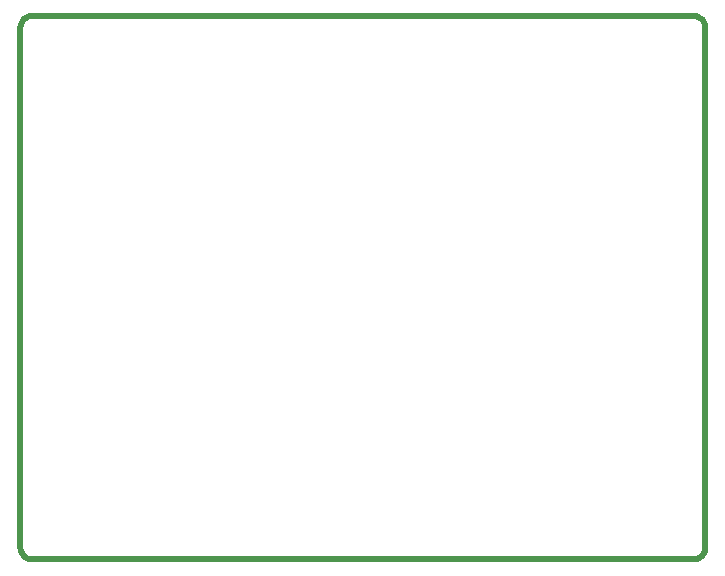
<source format=gko>
G04*
G04 #@! TF.GenerationSoftware,Altium Limited,Altium Designer,21.6.4 (81)*
G04*
G04 Layer_Color=16711935*
%FSLAX25Y25*%
%MOIN*%
G70*
G04*
G04 #@! TF.SameCoordinates,D96B5EB0-5715-4667-86B1-06F83BB8B169*
G04*
G04*
G04 #@! TF.FilePolarity,Positive*
G04*
G01*
G75*
%ADD10C,0.01968*%
D10*
X228346Y176378D02*
X228212Y177397D01*
X227819Y178347D01*
X227193Y179162D01*
X226378Y179788D01*
X225428Y180181D01*
X224410Y180315D01*
Y-787D02*
X225428Y-653D01*
X226378Y-260D01*
X227193Y366D01*
X227819Y1181D01*
X228212Y2131D01*
X228346Y3150D01*
X3937Y180315D02*
X2918Y180181D01*
X1969Y179788D01*
X1153Y179162D01*
X527Y178347D01*
X134Y177397D01*
X0Y176378D01*
Y3150D02*
X134Y2131D01*
X527Y1181D01*
X1153Y366D01*
X1969Y-260D01*
X2918Y-653D01*
X3937Y-787D01*
X224410D01*
X3937Y180315D02*
X224410D01*
X228346Y3150D02*
Y176378D01*
X0Y3150D02*
Y176378D01*
M02*

</source>
